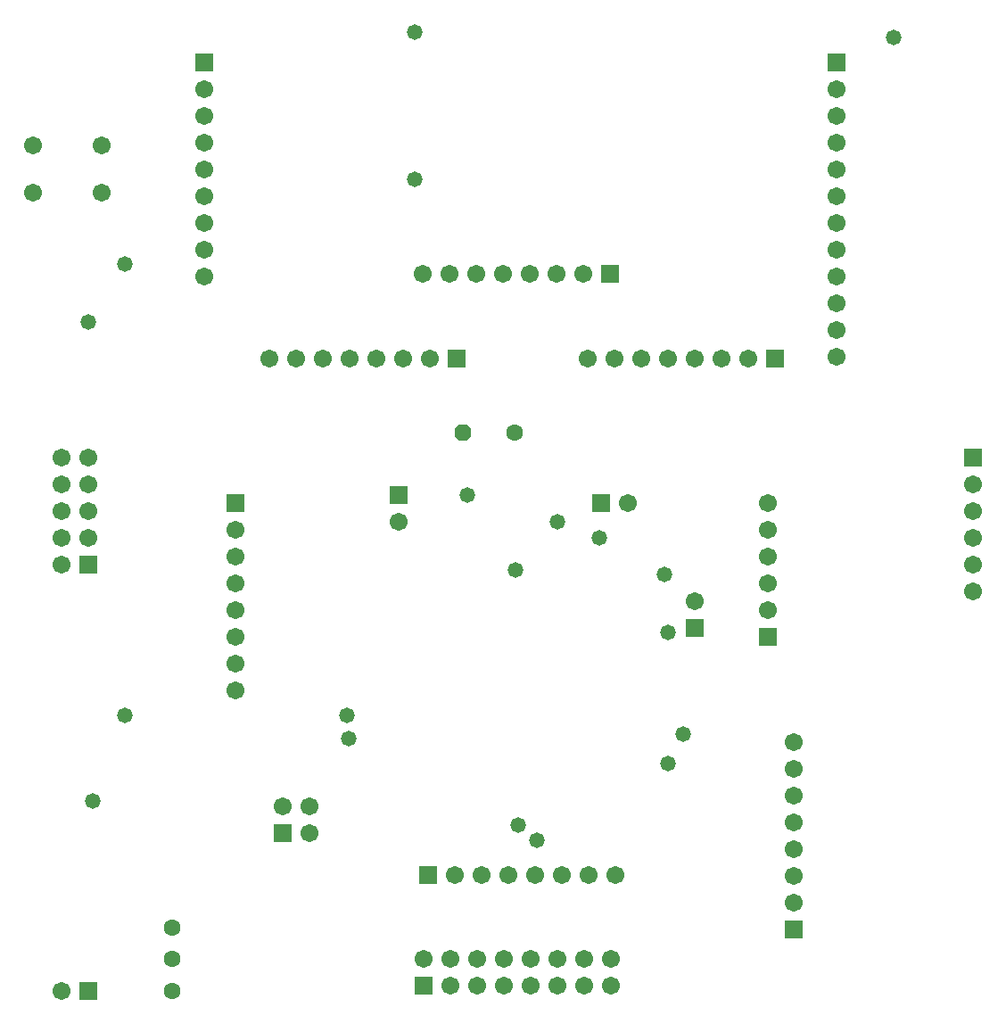
<source format=gbs>
G04 Layer_Color=16711935*
%FSLAX25Y25*%
%MOIN*%
G70*
G01*
G75*
%ADD48R,0.06706X0.06706*%
%ADD49C,0.06706*%
%ADD50R,0.06706X0.06706*%
%ADD51P,0.06832X8X22.5*%
%ADD52C,0.06312*%
%ADD53C,0.05800*%
D48*
X262283Y159291D02*
D03*
X314961Y370394D02*
D03*
X78740D02*
D03*
X151575Y208661D02*
D03*
X299213Y46614D02*
D03*
X366142Y222913D02*
D03*
X90551Y205669D02*
D03*
X35433Y182913D02*
D03*
X289370Y155669D02*
D03*
D49*
X262283Y169291D02*
D03*
X314961Y260394D02*
D03*
Y270394D02*
D03*
Y280394D02*
D03*
Y290394D02*
D03*
Y300394D02*
D03*
Y310394D02*
D03*
Y320394D02*
D03*
Y330394D02*
D03*
Y340394D02*
D03*
Y350394D02*
D03*
Y360394D02*
D03*
X78740Y350394D02*
D03*
Y340394D02*
D03*
Y330394D02*
D03*
Y320394D02*
D03*
Y310394D02*
D03*
Y300394D02*
D03*
Y290394D02*
D03*
Y360394D02*
D03*
X220472Y291339D02*
D03*
X210472D02*
D03*
X200472D02*
D03*
X190472D02*
D03*
X180472D02*
D03*
X170472D02*
D03*
X160472D02*
D03*
X118110Y92520D02*
D03*
Y82520D02*
D03*
X108110Y92520D02*
D03*
X151575Y198661D02*
D03*
X236968Y205669D02*
D03*
X299213Y56614D02*
D03*
Y66614D02*
D03*
Y76614D02*
D03*
Y86614D02*
D03*
Y96614D02*
D03*
Y106614D02*
D03*
Y116614D02*
D03*
X172598Y66929D02*
D03*
X182598D02*
D03*
X192598D02*
D03*
X202598D02*
D03*
X212598D02*
D03*
X222598D02*
D03*
X232598D02*
D03*
X366142Y212913D02*
D03*
Y202913D02*
D03*
Y192913D02*
D03*
Y182913D02*
D03*
Y172913D02*
D03*
X90551Y195669D02*
D03*
Y185669D02*
D03*
Y175669D02*
D03*
Y165669D02*
D03*
Y155669D02*
D03*
Y145669D02*
D03*
Y135669D02*
D03*
X25433Y222913D02*
D03*
X35433D02*
D03*
X25433Y212913D02*
D03*
X35433D02*
D03*
X25433Y202913D02*
D03*
X35433D02*
D03*
X25433Y192913D02*
D03*
X35433D02*
D03*
X25433Y182913D02*
D03*
X160787Y35433D02*
D03*
X170787Y25433D02*
D03*
Y35433D02*
D03*
X180787Y25433D02*
D03*
Y35433D02*
D03*
X190787Y25433D02*
D03*
Y35433D02*
D03*
X200787Y25433D02*
D03*
Y35433D02*
D03*
X210787Y25433D02*
D03*
Y35433D02*
D03*
X220787Y25433D02*
D03*
Y35433D02*
D03*
X230787Y25433D02*
D03*
Y35433D02*
D03*
X282283Y259842D02*
D03*
X272284D02*
D03*
X262283D02*
D03*
X252284D02*
D03*
X242284D02*
D03*
X232283D02*
D03*
X222284D02*
D03*
X163228D02*
D03*
X153228D02*
D03*
X143228D02*
D03*
X133228D02*
D03*
X123228D02*
D03*
X113228D02*
D03*
X103228D02*
D03*
X289370Y165669D02*
D03*
Y175669D02*
D03*
Y185669D02*
D03*
Y195669D02*
D03*
Y205669D02*
D03*
X14764Y339567D02*
D03*
Y321850D02*
D03*
X40354Y339567D02*
D03*
Y321850D02*
D03*
X25591Y23622D02*
D03*
D50*
X230472Y291339D02*
D03*
X108110Y82520D02*
D03*
X226969Y205669D02*
D03*
X162598Y66929D02*
D03*
X160787Y25433D02*
D03*
X292284Y259842D02*
D03*
X173228D02*
D03*
X35591Y23622D02*
D03*
D51*
X175433Y232283D02*
D03*
D52*
X194646D02*
D03*
X66929Y47244D02*
D03*
Y23622D02*
D03*
Y35433D02*
D03*
D53*
X36991Y94601D02*
D03*
X132649Y117984D02*
D03*
X35591Y273622D02*
D03*
X49213Y295276D02*
D03*
X176976Y208661D02*
D03*
X195276Y180709D02*
D03*
X336614Y379921D02*
D03*
X157480Y326772D02*
D03*
Y381890D02*
D03*
X49213Y126378D02*
D03*
X132255D02*
D03*
X196142Y85354D02*
D03*
X203157Y79724D02*
D03*
X257874Y119614D02*
D03*
X252284Y108583D02*
D03*
Y157480D02*
D03*
X250902Y179058D02*
D03*
X226378Y192913D02*
D03*
X210787Y198661D02*
D03*
M02*

</source>
